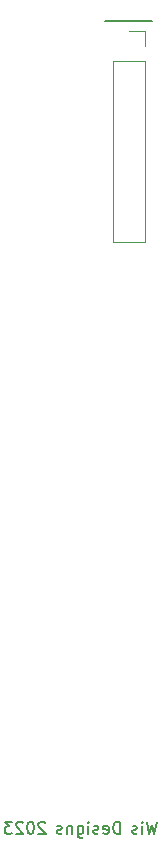
<source format=gbr>
%TF.GenerationSoftware,KiCad,Pcbnew,(7.0.0)*%
%TF.CreationDate,2023-03-26T16:47:37-07:00*%
%TF.ProjectId,followbuttons,666f6c6c-6f77-4627-9574-746f6e732e6b,rev?*%
%TF.SameCoordinates,Original*%
%TF.FileFunction,Legend,Bot*%
%TF.FilePolarity,Positive*%
%FSLAX46Y46*%
G04 Gerber Fmt 4.6, Leading zero omitted, Abs format (unit mm)*
G04 Created by KiCad (PCBNEW (7.0.0)) date 2023-03-26 16:47:37*
%MOMM*%
%LPD*%
G01*
G04 APERTURE LIST*
%ADD10C,0.150000*%
%ADD11C,0.120000*%
%ADD12R,1.700000X1.700000*%
%ADD13O,1.700000X1.700000*%
%ADD14R,1.830000X1.930000*%
%ADD15C,2.130000*%
%ADD16O,2.720000X3.240000*%
%ADD17R,1.800000X1.800000*%
%ADD18C,1.800000*%
%ADD19R,1.600000X1.600000*%
%ADD20C,1.600000*%
G04 APERTURE END LIST*
D10*
X38800000Y-68200000D02*
X34800000Y-68200000D01*
X39157142Y-135982380D02*
X38919047Y-136982380D01*
X38919047Y-136982380D02*
X38728571Y-136268095D01*
X38728571Y-136268095D02*
X38538095Y-136982380D01*
X38538095Y-136982380D02*
X38300000Y-135982380D01*
X37919047Y-136982380D02*
X37919047Y-136315714D01*
X37919047Y-135982380D02*
X37966666Y-136030000D01*
X37966666Y-136030000D02*
X37919047Y-136077619D01*
X37919047Y-136077619D02*
X37871428Y-136030000D01*
X37871428Y-136030000D02*
X37919047Y-135982380D01*
X37919047Y-135982380D02*
X37919047Y-136077619D01*
X37490476Y-136934761D02*
X37395238Y-136982380D01*
X37395238Y-136982380D02*
X37204762Y-136982380D01*
X37204762Y-136982380D02*
X37109524Y-136934761D01*
X37109524Y-136934761D02*
X37061905Y-136839523D01*
X37061905Y-136839523D02*
X37061905Y-136791904D01*
X37061905Y-136791904D02*
X37109524Y-136696666D01*
X37109524Y-136696666D02*
X37204762Y-136649047D01*
X37204762Y-136649047D02*
X37347619Y-136649047D01*
X37347619Y-136649047D02*
X37442857Y-136601428D01*
X37442857Y-136601428D02*
X37490476Y-136506190D01*
X37490476Y-136506190D02*
X37490476Y-136458571D01*
X37490476Y-136458571D02*
X37442857Y-136363333D01*
X37442857Y-136363333D02*
X37347619Y-136315714D01*
X37347619Y-136315714D02*
X37204762Y-136315714D01*
X37204762Y-136315714D02*
X37109524Y-136363333D01*
X36033333Y-136982380D02*
X36033333Y-135982380D01*
X36033333Y-135982380D02*
X35795238Y-135982380D01*
X35795238Y-135982380D02*
X35652381Y-136030000D01*
X35652381Y-136030000D02*
X35557143Y-136125238D01*
X35557143Y-136125238D02*
X35509524Y-136220476D01*
X35509524Y-136220476D02*
X35461905Y-136410952D01*
X35461905Y-136410952D02*
X35461905Y-136553809D01*
X35461905Y-136553809D02*
X35509524Y-136744285D01*
X35509524Y-136744285D02*
X35557143Y-136839523D01*
X35557143Y-136839523D02*
X35652381Y-136934761D01*
X35652381Y-136934761D02*
X35795238Y-136982380D01*
X35795238Y-136982380D02*
X36033333Y-136982380D01*
X34652381Y-136934761D02*
X34747619Y-136982380D01*
X34747619Y-136982380D02*
X34938095Y-136982380D01*
X34938095Y-136982380D02*
X35033333Y-136934761D01*
X35033333Y-136934761D02*
X35080952Y-136839523D01*
X35080952Y-136839523D02*
X35080952Y-136458571D01*
X35080952Y-136458571D02*
X35033333Y-136363333D01*
X35033333Y-136363333D02*
X34938095Y-136315714D01*
X34938095Y-136315714D02*
X34747619Y-136315714D01*
X34747619Y-136315714D02*
X34652381Y-136363333D01*
X34652381Y-136363333D02*
X34604762Y-136458571D01*
X34604762Y-136458571D02*
X34604762Y-136553809D01*
X34604762Y-136553809D02*
X35080952Y-136649047D01*
X34223809Y-136934761D02*
X34128571Y-136982380D01*
X34128571Y-136982380D02*
X33938095Y-136982380D01*
X33938095Y-136982380D02*
X33842857Y-136934761D01*
X33842857Y-136934761D02*
X33795238Y-136839523D01*
X33795238Y-136839523D02*
X33795238Y-136791904D01*
X33795238Y-136791904D02*
X33842857Y-136696666D01*
X33842857Y-136696666D02*
X33938095Y-136649047D01*
X33938095Y-136649047D02*
X34080952Y-136649047D01*
X34080952Y-136649047D02*
X34176190Y-136601428D01*
X34176190Y-136601428D02*
X34223809Y-136506190D01*
X34223809Y-136506190D02*
X34223809Y-136458571D01*
X34223809Y-136458571D02*
X34176190Y-136363333D01*
X34176190Y-136363333D02*
X34080952Y-136315714D01*
X34080952Y-136315714D02*
X33938095Y-136315714D01*
X33938095Y-136315714D02*
X33842857Y-136363333D01*
X33366666Y-136982380D02*
X33366666Y-136315714D01*
X33366666Y-135982380D02*
X33414285Y-136030000D01*
X33414285Y-136030000D02*
X33366666Y-136077619D01*
X33366666Y-136077619D02*
X33319047Y-136030000D01*
X33319047Y-136030000D02*
X33366666Y-135982380D01*
X33366666Y-135982380D02*
X33366666Y-136077619D01*
X32461905Y-136315714D02*
X32461905Y-137125238D01*
X32461905Y-137125238D02*
X32509524Y-137220476D01*
X32509524Y-137220476D02*
X32557143Y-137268095D01*
X32557143Y-137268095D02*
X32652381Y-137315714D01*
X32652381Y-137315714D02*
X32795238Y-137315714D01*
X32795238Y-137315714D02*
X32890476Y-137268095D01*
X32461905Y-136934761D02*
X32557143Y-136982380D01*
X32557143Y-136982380D02*
X32747619Y-136982380D01*
X32747619Y-136982380D02*
X32842857Y-136934761D01*
X32842857Y-136934761D02*
X32890476Y-136887142D01*
X32890476Y-136887142D02*
X32938095Y-136791904D01*
X32938095Y-136791904D02*
X32938095Y-136506190D01*
X32938095Y-136506190D02*
X32890476Y-136410952D01*
X32890476Y-136410952D02*
X32842857Y-136363333D01*
X32842857Y-136363333D02*
X32747619Y-136315714D01*
X32747619Y-136315714D02*
X32557143Y-136315714D01*
X32557143Y-136315714D02*
X32461905Y-136363333D01*
X31985714Y-136315714D02*
X31985714Y-136982380D01*
X31985714Y-136410952D02*
X31938095Y-136363333D01*
X31938095Y-136363333D02*
X31842857Y-136315714D01*
X31842857Y-136315714D02*
X31700000Y-136315714D01*
X31700000Y-136315714D02*
X31604762Y-136363333D01*
X31604762Y-136363333D02*
X31557143Y-136458571D01*
X31557143Y-136458571D02*
X31557143Y-136982380D01*
X31128571Y-136934761D02*
X31033333Y-136982380D01*
X31033333Y-136982380D02*
X30842857Y-136982380D01*
X30842857Y-136982380D02*
X30747619Y-136934761D01*
X30747619Y-136934761D02*
X30700000Y-136839523D01*
X30700000Y-136839523D02*
X30700000Y-136791904D01*
X30700000Y-136791904D02*
X30747619Y-136696666D01*
X30747619Y-136696666D02*
X30842857Y-136649047D01*
X30842857Y-136649047D02*
X30985714Y-136649047D01*
X30985714Y-136649047D02*
X31080952Y-136601428D01*
X31080952Y-136601428D02*
X31128571Y-136506190D01*
X31128571Y-136506190D02*
X31128571Y-136458571D01*
X31128571Y-136458571D02*
X31080952Y-136363333D01*
X31080952Y-136363333D02*
X30985714Y-136315714D01*
X30985714Y-136315714D02*
X30842857Y-136315714D01*
X30842857Y-136315714D02*
X30747619Y-136363333D01*
X29719047Y-136077619D02*
X29671428Y-136030000D01*
X29671428Y-136030000D02*
X29576190Y-135982380D01*
X29576190Y-135982380D02*
X29338095Y-135982380D01*
X29338095Y-135982380D02*
X29242857Y-136030000D01*
X29242857Y-136030000D02*
X29195238Y-136077619D01*
X29195238Y-136077619D02*
X29147619Y-136172857D01*
X29147619Y-136172857D02*
X29147619Y-136268095D01*
X29147619Y-136268095D02*
X29195238Y-136410952D01*
X29195238Y-136410952D02*
X29766666Y-136982380D01*
X29766666Y-136982380D02*
X29147619Y-136982380D01*
X28528571Y-135982380D02*
X28433333Y-135982380D01*
X28433333Y-135982380D02*
X28338095Y-136030000D01*
X28338095Y-136030000D02*
X28290476Y-136077619D01*
X28290476Y-136077619D02*
X28242857Y-136172857D01*
X28242857Y-136172857D02*
X28195238Y-136363333D01*
X28195238Y-136363333D02*
X28195238Y-136601428D01*
X28195238Y-136601428D02*
X28242857Y-136791904D01*
X28242857Y-136791904D02*
X28290476Y-136887142D01*
X28290476Y-136887142D02*
X28338095Y-136934761D01*
X28338095Y-136934761D02*
X28433333Y-136982380D01*
X28433333Y-136982380D02*
X28528571Y-136982380D01*
X28528571Y-136982380D02*
X28623809Y-136934761D01*
X28623809Y-136934761D02*
X28671428Y-136887142D01*
X28671428Y-136887142D02*
X28719047Y-136791904D01*
X28719047Y-136791904D02*
X28766666Y-136601428D01*
X28766666Y-136601428D02*
X28766666Y-136363333D01*
X28766666Y-136363333D02*
X28719047Y-136172857D01*
X28719047Y-136172857D02*
X28671428Y-136077619D01*
X28671428Y-136077619D02*
X28623809Y-136030000D01*
X28623809Y-136030000D02*
X28528571Y-135982380D01*
X27814285Y-136077619D02*
X27766666Y-136030000D01*
X27766666Y-136030000D02*
X27671428Y-135982380D01*
X27671428Y-135982380D02*
X27433333Y-135982380D01*
X27433333Y-135982380D02*
X27338095Y-136030000D01*
X27338095Y-136030000D02*
X27290476Y-136077619D01*
X27290476Y-136077619D02*
X27242857Y-136172857D01*
X27242857Y-136172857D02*
X27242857Y-136268095D01*
X27242857Y-136268095D02*
X27290476Y-136410952D01*
X27290476Y-136410952D02*
X27861904Y-136982380D01*
X27861904Y-136982380D02*
X27242857Y-136982380D01*
X26909523Y-135982380D02*
X26290476Y-135982380D01*
X26290476Y-135982380D02*
X26623809Y-136363333D01*
X26623809Y-136363333D02*
X26480952Y-136363333D01*
X26480952Y-136363333D02*
X26385714Y-136410952D01*
X26385714Y-136410952D02*
X26338095Y-136458571D01*
X26338095Y-136458571D02*
X26290476Y-136553809D01*
X26290476Y-136553809D02*
X26290476Y-136791904D01*
X26290476Y-136791904D02*
X26338095Y-136887142D01*
X26338095Y-136887142D02*
X26385714Y-136934761D01*
X26385714Y-136934761D02*
X26480952Y-136982380D01*
X26480952Y-136982380D02*
X26766666Y-136982380D01*
X26766666Y-136982380D02*
X26861904Y-136934761D01*
X26861904Y-136934761D02*
X26909523Y-136887142D01*
D11*
%TO.C,J1*%
X38130000Y-71590000D02*
X35470000Y-71590000D01*
X38130000Y-71590000D02*
X38130000Y-86890000D01*
X38130000Y-68990000D02*
X36800000Y-68990000D01*
X38130000Y-86890000D02*
X35470000Y-86890000D01*
X38130000Y-70320000D02*
X38130000Y-68990000D01*
X35470000Y-71590000D02*
X35470000Y-86890000D01*
%TD*%
%LPC*%
D12*
%TO.C,J1*%
X36799999Y-70319999D03*
D13*
X36799999Y-72859999D03*
X36799999Y-75399999D03*
X36799999Y-77939999D03*
X36799999Y-80479999D03*
X36799999Y-83019999D03*
X36799999Y-85559999D03*
%TD*%
D14*
%TO.C,J3*%
X22719999Y-120399999D03*
D15*
X34120000Y-120400000D03*
X25820000Y-120400000D03*
%TD*%
D16*
%TO.C,RV2*%
X25099999Y-55299999D03*
X34699999Y-55299999D03*
D17*
X27399999Y-62799999D03*
D18*
X29900000Y-62800000D03*
X32400000Y-62800000D03*
%TD*%
D14*
%TO.C,J2*%
X22699999Y-130699999D03*
D15*
X34100000Y-130700000D03*
X25800000Y-130700000D03*
%TD*%
D16*
%TO.C,RV1*%
X25099999Y-37199999D03*
X34699999Y-37199999D03*
D17*
X27399999Y-44699999D03*
D18*
X29900000Y-44700000D03*
X32400000Y-44700000D03*
%TD*%
D19*
%TO.C,C1*%
X30505099Y-88999999D03*
D20*
X28005100Y-89000000D03*
%TD*%
M02*

</source>
